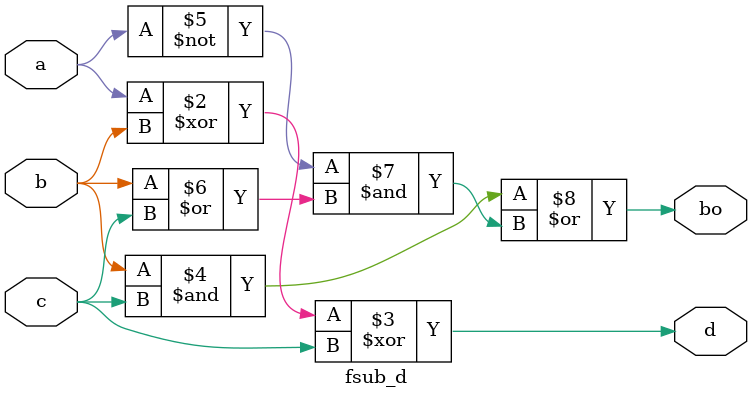
<source format=v>
module fsub_d(a,b,c,d,bo);
input a,b,c;
output reg d,bo;
always @(*)
begin
    d=a^b^c;
    bo=(b&c)|(~a&(b|c));
end 
endmodule
</source>
